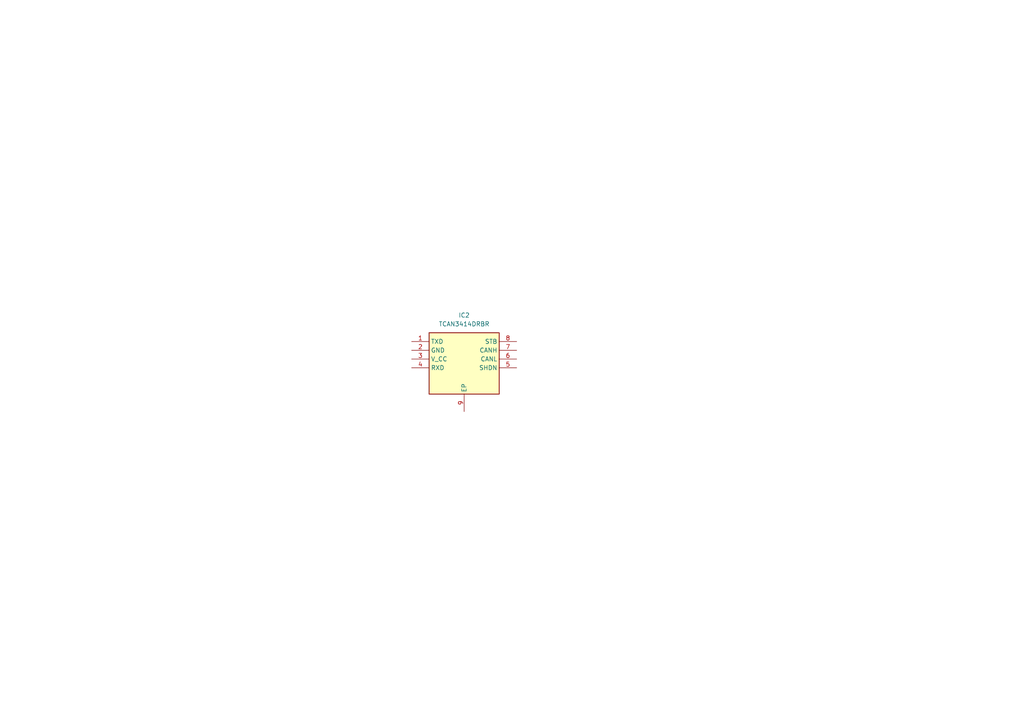
<source format=kicad_sch>
(kicad_sch (version 20250114) (generator "eeschema") (generator_version "9.0")
  (paper "A4")
  (lib_symbols
    (symbol "#dzdb:s_comm/COMM-TI-TCAN3414DRBR"
      (property "Reference" "IC" (at 26.67 7.62 0))
      (property "Value" "TCAN3414DRBR" (at 26.67 5.08 0))
      (symbol "s_comm/COMM-TI-TCAN3414DRBR_1_1"
        (rectangle (start 5.08 2.54) (end 25.4 -15.24) (stroke (width 0.254)) (fill (type background)))
        (pin passive line (at 0 0 0) (length 5.08) (name "TXD") (number "1"))
        (pin passive line (at 0 -2.54 0) (length 5.08) (name "GND") (number "2"))
        (pin passive line (at 0 -5.08 0) (length 5.08) (name "V_CC") (number "3"))
        (pin passive line (at 0 -7.62 0) (length 5.08) (name "RXD") (number "4"))
        (pin passive line (at 15.24 -20.32 90) (length 5.08) (name "EP") (number "9"))
        (pin passive line (at 30.48 0 180) (length 5.08) (name "STB") (number "8"))
        (pin passive line (at 30.48 -2.54 180) (length 5.08) (name "CANH") (number "7"))
        (pin passive line (at 30.48 -5.08 180) (length 5.08) (name "CANL") (number "6"))
        (pin passive line (at 30.48 -7.62 180) (length 5.08) (name "SHDN") (number "5"))
      )
    )
  )
  (symbol (lib_id "#dzdb:s_comm/COMM-TI-TCAN3414DRBR") (at 119.38 99.06 0) (unit 1)
    (property "Reference" "IC2" (at 134.62 91.44 0))
    (property "Value" "TCAN3414DRBR" (at 134.62 93.98 0))
    (property "Footprint" "dz_comm:TCAN3414DRBR" (effects (hide yes)))
    (property "Datasheet" "https://www.ti.com/lit/gpn/tcan3414" (effects (hide yes)))
    (property "Description" "CAN Interface IC CAN FD Transceiver with Integrated Controller" (effects (hide yes)))
    (property "Height" "1" (effects (hide yes)))
    (property "Mouser Part Number" "595-TCAN3414DRBR" (effects (hide yes)))
    (property "Mouser Price/Stock" "https://www.mouser.co.uk/ProductDetail/Texas-Instruments/TCAN3414DRBR?qs=2wMNvWM5ZX6YBBH9qF6w4g%3D%3D" (effects (hide yes)))
    (property "Manufacturer_Name" "Texas Instruments" (effects (hide yes)))
    (property "Manufacturer_Part_Number" "TCAN3414DRBR" (effects (hide yes)))
    (property "IPN" "COMM-TI-TCAN3414DRBR" (effects (hide yes)))
    (property "MPN" "TCAN3414DRBR" (effects (hide yes)))
    (property "Manufacturer" "Texas Instruments" (effects (hide yes)))
    (property "Type" "Can Tranciever" (effects (hide yes)))
    (property "Supply" "3V-3.3V" (effects (hide yes)))
    (property "Package" "SON-8" (effects (hide yes)))
    (property "Supplier" "Mouser" (effects (hide yes)))
    (property "SPN" " 595-TCAN3414DRBR" (effects (hide yes)))
    (property "LCSC" "Cxxxxxx" (effects (hide yes)))
  )
)
</source>
